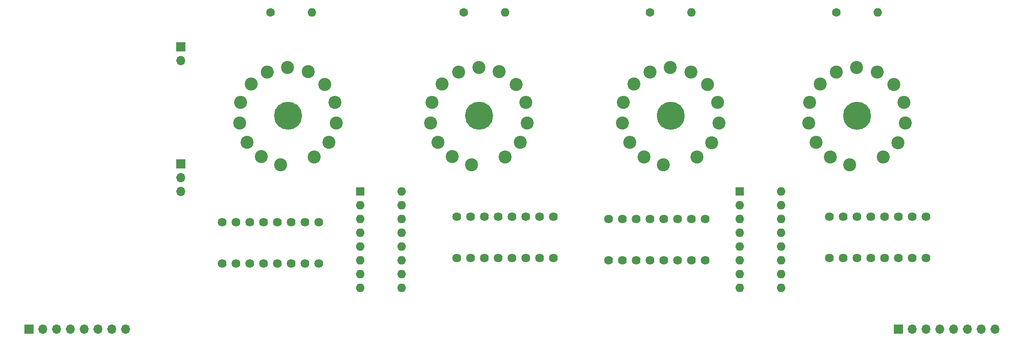
<source format=gts>
G04 #@! TF.GenerationSoftware,KiCad,Pcbnew,7.0.11+dfsg-1*
G04 #@! TF.CreationDate,2024-03-20T20:27:07-04:00*
G04 #@! TF.ProjectId,clock,636c6f63-6b2e-46b6-9963-61645f706362,rev?*
G04 #@! TF.SameCoordinates,Original*
G04 #@! TF.FileFunction,Soldermask,Top*
G04 #@! TF.FilePolarity,Negative*
%FSLAX46Y46*%
G04 Gerber Fmt 4.6, Leading zero omitted, Abs format (unit mm)*
G04 Created by KiCad (PCBNEW 7.0.11+dfsg-1) date 2024-03-20 20:27:07*
%MOMM*%
%LPD*%
G01*
G04 APERTURE LIST*
%ADD10C,0.025400*%
%ADD11C,2.540000*%
%ADD12R,1.700000X1.700000*%
%ADD13O,1.700000X1.700000*%
%ADD14C,4.998720*%
%ADD15C,2.397760*%
%ADD16R,1.600000X1.600000*%
%ADD17O,1.600000X1.600000*%
%ADD18C,1.600000*%
%ADD19C,1.625600*%
G04 APERTURE END LIST*
D10*
X99745500Y-68569800D02*
G75*
G03*
X94665500Y-68569800I-2540000J0D01*
G01*
X94665500Y-68569800D02*
G75*
G03*
X99745500Y-68569800I2540000J0D01*
G01*
D11*
X98475500Y-68569800D02*
G75*
G03*
X95935500Y-68569800I-1270000J0D01*
G01*
X95935500Y-68569800D02*
G75*
G03*
X98475500Y-68569800I1270000J0D01*
G01*
D10*
X204470000Y-68580000D02*
G75*
G03*
X199390000Y-68580000I-2540000J0D01*
G01*
X199390000Y-68580000D02*
G75*
G03*
X204470000Y-68580000I2540000J0D01*
G01*
D11*
X203200000Y-68580000D02*
G75*
G03*
X200660000Y-68580000I-1270000J0D01*
G01*
X200660000Y-68580000D02*
G75*
G03*
X203200000Y-68580000I1270000J0D01*
G01*
D10*
X170180000Y-68580000D02*
G75*
G03*
X165100000Y-68580000I-2540000J0D01*
G01*
X165100000Y-68580000D02*
G75*
G03*
X170180000Y-68580000I2540000J0D01*
G01*
D11*
X168910000Y-68580000D02*
G75*
G03*
X166370000Y-68580000I-1270000J0D01*
G01*
X166370000Y-68580000D02*
G75*
G03*
X168910000Y-68580000I1270000J0D01*
G01*
D10*
X134909600Y-68569800D02*
G75*
G03*
X129829600Y-68569800I-2540000J0D01*
G01*
X129829600Y-68569800D02*
G75*
G03*
X134909600Y-68569800I2540000J0D01*
G01*
D11*
X133639600Y-68569800D02*
G75*
G03*
X131099600Y-68569800I-1270000J0D01*
G01*
X131099600Y-68569800D02*
G75*
G03*
X133639600Y-68569800I1270000J0D01*
G01*
D12*
X49530000Y-107950000D03*
D13*
X52070000Y-107950000D03*
X54610000Y-107950000D03*
X57150000Y-107950000D03*
X59690000Y-107950000D03*
X62230000Y-107950000D03*
X64770000Y-107950000D03*
X67310000Y-107950000D03*
D14*
X97172480Y-68656160D03*
D15*
X93413280Y-60487520D03*
X95844060Y-77594420D03*
X90423700Y-62722720D03*
X88269780Y-69921080D03*
X101998480Y-76199960D03*
X89628680Y-73482160D03*
X104751840Y-73512640D03*
X100911360Y-60469740D03*
X106082800Y-69890600D03*
X103992380Y-62793840D03*
X92288060Y-76139000D03*
X88498380Y-66103460D03*
X105805940Y-66116160D03*
X97144540Y-59702660D03*
D16*
X110490000Y-82550000D03*
D17*
X110490000Y-85090000D03*
X110490000Y-87630000D03*
X110490000Y-90170000D03*
X110490000Y-92710000D03*
X110490000Y-95250000D03*
X110490000Y-97790000D03*
X110490000Y-100330000D03*
X118110000Y-100330000D03*
X118110000Y-97790000D03*
X118110000Y-95250000D03*
X118110000Y-92710000D03*
X118110000Y-90170000D03*
X118110000Y-87630000D03*
X118110000Y-85090000D03*
X118110000Y-82550000D03*
D18*
X93980000Y-49530000D03*
D17*
X101600000Y-49530000D03*
D19*
X85090000Y-95810000D03*
X87630000Y-95810000D03*
X90170000Y-95810000D03*
X92710000Y-95810000D03*
X95250000Y-95810000D03*
X97790000Y-95810000D03*
X100330000Y-95810000D03*
X102870000Y-95810000D03*
X102870000Y-88190000D03*
X100330000Y-88190000D03*
X97790000Y-88190000D03*
X95250000Y-88190000D03*
X92710000Y-88190000D03*
X90170000Y-88190000D03*
X87630000Y-88190000D03*
X85090000Y-88190000D03*
X156210000Y-95250000D03*
X158750000Y-95250000D03*
X161290000Y-95250000D03*
X163830000Y-95250000D03*
X166370000Y-95250000D03*
X168910000Y-95250000D03*
X171450000Y-95250000D03*
X173990000Y-95250000D03*
X173990000Y-87630000D03*
X171450000Y-87630000D03*
X168910000Y-87630000D03*
X166370000Y-87630000D03*
X163830000Y-87630000D03*
X161290000Y-87630000D03*
X158750000Y-87630000D03*
X156210000Y-87630000D03*
D14*
X201896980Y-68666360D03*
D15*
X198137780Y-60497720D03*
X200568560Y-77604620D03*
X195148200Y-62732920D03*
X192994280Y-69931280D03*
X206722980Y-76210160D03*
X194353180Y-73492360D03*
X209476340Y-73522840D03*
X205635860Y-60479940D03*
X210807300Y-69900800D03*
X208716880Y-62804040D03*
X197012560Y-76149200D03*
X193222880Y-66113660D03*
X210530440Y-66126360D03*
X201869040Y-59712860D03*
D18*
X163830000Y-49530000D03*
D17*
X171450000Y-49530000D03*
D12*
X209550000Y-107950000D03*
D13*
X212090000Y-107950000D03*
X214630000Y-107950000D03*
X217170000Y-107950000D03*
X219710000Y-107950000D03*
X222250000Y-107950000D03*
X224790000Y-107950000D03*
X227330000Y-107950000D03*
D14*
X167606980Y-68666360D03*
D15*
X163847780Y-60497720D03*
X166278560Y-77604620D03*
X160858200Y-62732920D03*
X158704280Y-69931280D03*
X172432980Y-76210160D03*
X160063180Y-73492360D03*
X175186340Y-73522840D03*
X171345860Y-60479940D03*
X176517300Y-69900800D03*
X174426880Y-62804040D03*
X162722560Y-76149200D03*
X158932880Y-66113660D03*
X176240440Y-66126360D03*
X167579040Y-59712860D03*
D14*
X132336580Y-68656160D03*
D15*
X128577380Y-60487520D03*
X131008160Y-77594420D03*
X125587800Y-62722720D03*
X123433880Y-69921080D03*
X137162580Y-76199960D03*
X124792780Y-73482160D03*
X139915940Y-73512640D03*
X136075460Y-60469740D03*
X141246900Y-69890600D03*
X139156480Y-62793840D03*
X127452160Y-76139000D03*
X123662480Y-66103460D03*
X140970040Y-66116160D03*
X132308640Y-59702660D03*
D19*
X128270000Y-94810000D03*
X130810000Y-94810000D03*
X133350000Y-94810000D03*
X135890000Y-94810000D03*
X138430000Y-94810000D03*
X140970000Y-94810000D03*
X143510000Y-94810000D03*
X146050000Y-94810000D03*
X146050000Y-87190000D03*
X143510000Y-87190000D03*
X140970000Y-87190000D03*
X138430000Y-87190000D03*
X135890000Y-87190000D03*
X133350000Y-87190000D03*
X130810000Y-87190000D03*
X128270000Y-87190000D03*
D16*
X180350000Y-82565000D03*
D17*
X180350000Y-85105000D03*
X180350000Y-87645000D03*
X180350000Y-90185000D03*
X180350000Y-92725000D03*
X180350000Y-95265000D03*
X180350000Y-97805000D03*
X180350000Y-100345000D03*
X187970000Y-100345000D03*
X187970000Y-97805000D03*
X187970000Y-95265000D03*
X187970000Y-92725000D03*
X187970000Y-90185000D03*
X187970000Y-87645000D03*
X187970000Y-85105000D03*
X187970000Y-82565000D03*
D12*
X77470000Y-77470000D03*
D13*
X77470000Y-80010000D03*
X77470000Y-82550000D03*
D12*
X77470000Y-55880000D03*
D13*
X77470000Y-58420000D03*
D18*
X198120000Y-49530000D03*
D17*
X205740000Y-49530000D03*
D19*
X196850000Y-94810000D03*
X199390000Y-94810000D03*
X201930000Y-94810000D03*
X204470000Y-94810000D03*
X207010000Y-94810000D03*
X209550000Y-94810000D03*
X212090000Y-94810000D03*
X214630000Y-94810000D03*
X214630000Y-87190000D03*
X212090000Y-87190000D03*
X209550000Y-87190000D03*
X207010000Y-87190000D03*
X204470000Y-87190000D03*
X201930000Y-87190000D03*
X199390000Y-87190000D03*
X196850000Y-87190000D03*
D18*
X129540000Y-49530000D03*
D17*
X137160000Y-49530000D03*
M02*

</source>
